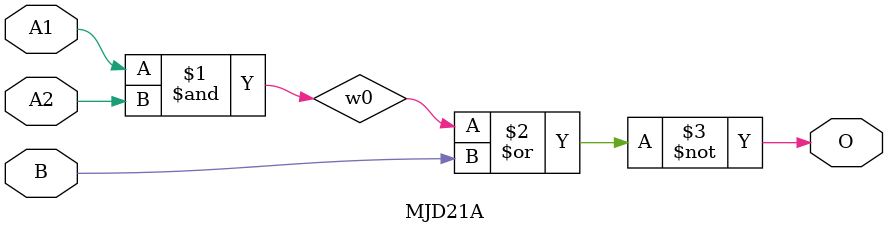
<source format=v>
module MJD21A(A1, A2, B, O);
input   A1;
input   A2;
input   B;
output  O;
and g0(w0, A1, A2);
nor g1(O, w0, B);
endmodule
</source>
